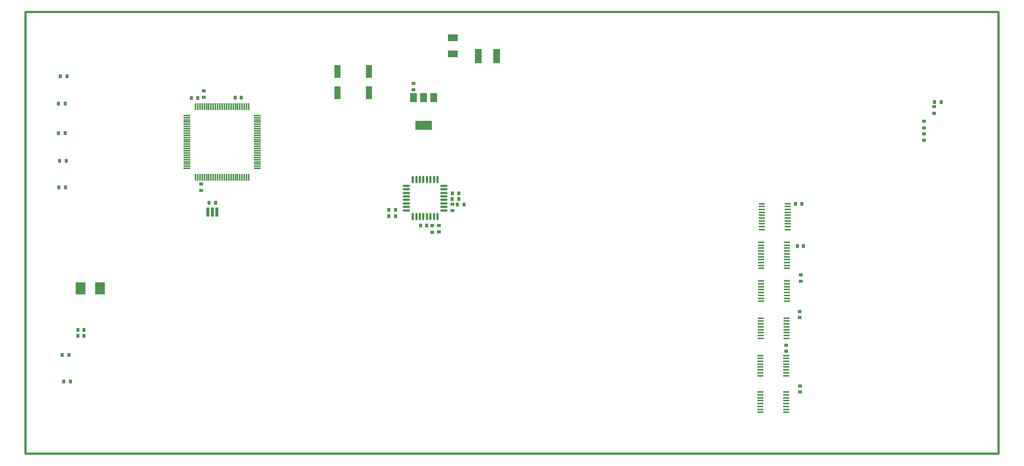
<source format=gtp>
%FSTAX23Y23*%
%MOIN*%
%SFA1B1*%

%IPPOS*%
%ADD10R,0.027560X0.035430*%
%ADD11R,0.035430X0.027560*%
%ADD12R,0.035430X0.031500*%
%ADD13R,0.059060X0.078740*%
%ADD14R,0.149610X0.078740*%
%ADD15R,0.061020X0.129920*%
%ADD16R,0.085830X0.059840*%
%ADD17R,0.058000X0.014000*%
%ADD18R,0.031500X0.035430*%
%ADD19R,0.085000X0.107990*%
%ADD20R,0.055120X0.118110*%
%ADD21R,0.011810X0.059060*%
%ADD22R,0.059060X0.011810*%
%ADD23R,0.028000X0.079000*%
%ADD24O,0.021650X0.064960*%
%ADD25O,0.064960X0.021650*%
%ADD28C,0.020000*%
%LNeurocard_vme_3u_(3.937_x_8.660_inches)-1*%
%LPD*%
G54D10*
X07234Y08117D03*
X07293D03*
X07234Y08176D03*
X07293D03*
X07902Y08222D03*
X07843D03*
X07797Y08271D03*
X07856D03*
X05693Y08237D03*
X05634D03*
X1215Y09136D03*
X12091D03*
X0437Y09364D03*
X04311D03*
X04297Y08373D03*
X04356D03*
X04304Y0861D03*
X04363D03*
X04294Y08857D03*
X04353D03*
X04294Y0912D03*
X04353D03*
X04385Y06882D03*
X04326D03*
X04398Y06643D03*
X04339D03*
G54D11*
X078Y08226D03*
Y08167D03*
X07621Y08035D03*
Y07976D03*
X12086Y09036D03*
Y09095D03*
X11996Y08904D03*
Y08963D03*
Y08793D03*
Y08852D03*
X05564Y08406D03*
Y08347D03*
G54D12*
X07679Y08034D03*
Y07979D03*
X05586Y09234D03*
Y09179D03*
X10771Y06913D03*
Y06968D03*
X10894Y0655D03*
Y06605D03*
X1089Y07214D03*
Y07269D03*
X109Y07538D03*
Y07593D03*
X07452Y09246D03*
Y09301D03*
G54D13*
X07633Y09176D03*
X07543D03*
X07452D03*
G54D14*
X07543Y08927D03*
G54D15*
X08193Y09543D03*
X08028D03*
G54D16*
X07802Y09564D03*
Y09709D03*
G54D17*
X1077Y06876D03*
Y0685D03*
Y06824D03*
Y06799D03*
Y06773D03*
Y06748D03*
Y06722D03*
Y06696D03*
X1054D03*
Y06722D03*
Y06748D03*
Y06773D03*
Y06799D03*
Y06824D03*
Y0685D03*
Y06876D03*
X1077Y0655D03*
Y06524D03*
Y06498D03*
Y06473D03*
Y06447D03*
Y06422D03*
Y06396D03*
Y0637D03*
X1054D03*
Y06396D03*
Y06422D03*
Y06447D03*
Y06473D03*
Y06498D03*
Y06524D03*
Y0655D03*
X10772Y07209D03*
Y07183D03*
Y07157D03*
Y07132D03*
Y07106D03*
Y07081D03*
Y07055D03*
Y07029D03*
X10542D03*
Y07055D03*
Y07081D03*
Y07106D03*
Y07132D03*
Y07157D03*
Y07183D03*
Y07209D03*
X10775Y0754D03*
Y07514D03*
Y07488D03*
Y07463D03*
Y07437D03*
Y07412D03*
Y07386D03*
Y0736D03*
X10545D03*
Y07386D03*
Y07412D03*
Y07437D03*
Y07463D03*
Y07488D03*
Y07514D03*
Y0754D03*
X10783Y08229D03*
Y08204D03*
Y08178D03*
Y08152D03*
Y08127D03*
Y08101D03*
Y08076D03*
Y0805D03*
Y08024D03*
Y07999D03*
X10553D03*
Y08024D03*
Y0805D03*
Y08076D03*
Y08101D03*
Y08127D03*
Y08152D03*
Y08178D03*
Y08204D03*
Y08229D03*
X10776Y07884D03*
Y07859D03*
Y07833D03*
Y07807D03*
Y07782D03*
Y07756D03*
Y07731D03*
Y07705D03*
Y07679D03*
Y07654D03*
X10546D03*
Y07679D03*
Y07705D03*
Y07731D03*
Y07756D03*
Y07782D03*
Y07807D03*
Y07833D03*
Y07859D03*
Y07884D03*
G54D18*
X10869Y07851D03*
X10924D03*
X10853Y08229D03*
X10908D03*
X05866Y09174D03*
X05921D03*
X078Y08321D03*
X07855D03*
X05532Y09172D03*
X05477D03*
X04466Y07106D03*
X04521D03*
Y0705D03*
X04466D03*
X07516Y08034D03*
X07571D03*
G54D19*
X04489Y07474D03*
X04664D03*
G54D20*
X07057Y09218D03*
Y09407D03*
X06777Y09218D03*
Y09407D03*
G54D21*
X05513Y09094D03*
X05533D03*
X05553D03*
X05572D03*
X05592D03*
X05612D03*
X05631D03*
X05651D03*
X05671D03*
X0569D03*
X0571D03*
X0573D03*
X0575D03*
X05769D03*
X05789D03*
X05809D03*
X05828D03*
X05848D03*
X05868D03*
X05887D03*
X05907D03*
X05927D03*
X05946D03*
X05966D03*
X05986D03*
Y08465D03*
X05966D03*
X05946D03*
X05927D03*
X05907D03*
X05887D03*
X05868D03*
X05848D03*
X05828D03*
X05809D03*
X05789D03*
X05769D03*
X0575D03*
X0573D03*
X0571D03*
X0569D03*
X05671D03*
X05651D03*
X05631D03*
X05612D03*
X05592D03*
X05572D03*
X05553D03*
X05533D03*
X05513D03*
G54D22*
X06064Y09016D03*
Y08996D03*
Y08976D03*
Y08957D03*
Y08937D03*
Y08917D03*
Y08898D03*
Y08878D03*
Y08858D03*
Y08839D03*
Y08819D03*
Y08799D03*
Y0878D03*
Y0876D03*
Y0874D03*
Y0872D03*
Y08701D03*
Y08681D03*
Y08661D03*
Y08642D03*
Y08622D03*
Y08602D03*
Y08583D03*
Y08563D03*
Y08543D03*
X05435D03*
Y08563D03*
Y08583D03*
Y08602D03*
Y08622D03*
Y08642D03*
Y08661D03*
Y08681D03*
Y08701D03*
Y0872D03*
Y0874D03*
Y0876D03*
Y0878D03*
Y08799D03*
Y08819D03*
Y08839D03*
Y08858D03*
Y08878D03*
Y08898D03*
Y08917D03*
Y08937D03*
Y08957D03*
Y08976D03*
Y08996D03*
Y09016D03*
G54D23*
X05702Y08153D03*
X05662D03*
X05622D03*
G54D24*
X07667Y08113D03*
X07635D03*
X07604D03*
X07572D03*
X07541D03*
X07509D03*
X07478D03*
X07446D03*
Y08444D03*
X07478D03*
X07509D03*
X07541D03*
X07572D03*
X07604D03*
X07635D03*
X07667D03*
G54D25*
X07391Y08168D03*
Y082D03*
Y08231D03*
Y08263D03*
Y08294D03*
Y08326D03*
Y08357D03*
Y08389D03*
X07722D03*
Y08357D03*
Y08326D03*
Y08294D03*
Y08263D03*
Y08231D03*
Y082D03*
Y08168D03*
G54D28*
X04Y06D02*
X1266D01*
X04Y09937D02*
X1266D01*
Y06D02*
Y09937D01*
X04Y06D02*
Y09937D01*
M02*
</source>
